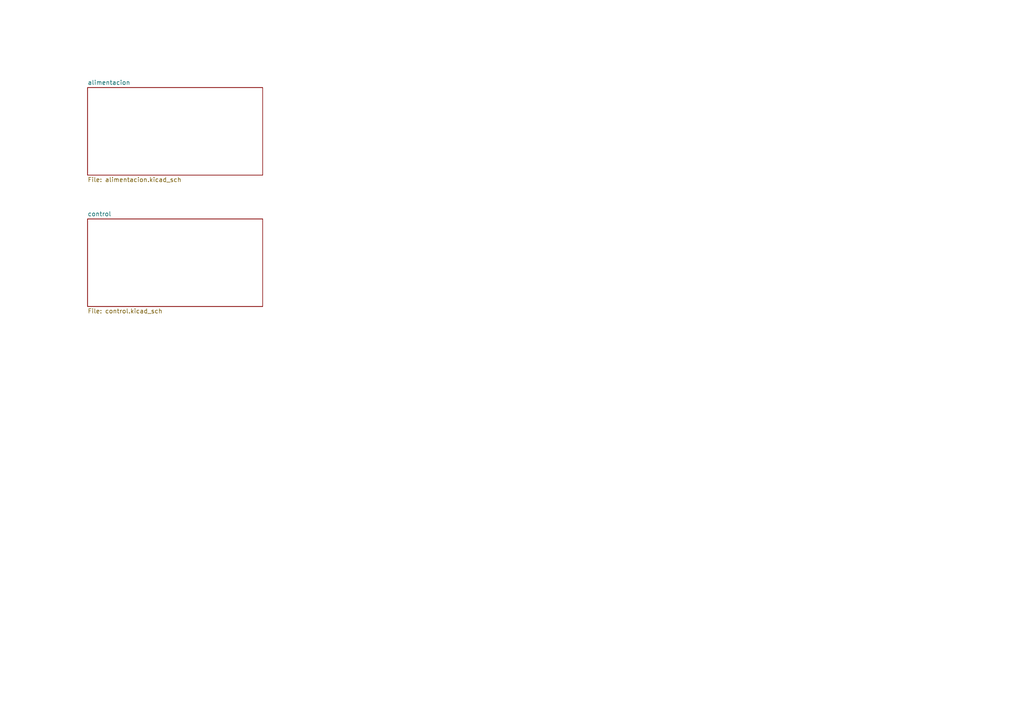
<source format=kicad_sch>
(kicad_sch
	(version 20231120)
	(generator "eeschema")
	(generator_version "8.0")
	(uuid "36af1dc6-a136-49f2-a170-bbda6635ecf8")
	(paper "A4")
	(title_block
		(date "2024-07-25")
	)
	(lib_symbols)
	(sheet
		(at 25.4 25.4)
		(size 50.8 25.4)
		(fields_autoplaced yes)
		(stroke
			(width 0.1524)
			(type solid)
		)
		(fill
			(color 0 0 0 0.0000)
		)
		(uuid "08562e13-5f67-433a-8580-cb712e5e308f")
		(property "Sheetname" "alimentacion"
			(at 25.4 24.6884 0)
			(effects
				(font
					(size 1.27 1.27)
				)
				(justify left bottom)
			)
		)
		(property "Sheetfile" "alimentacion.kicad_sch"
			(at 25.4 51.3846 0)
			(effects
				(font
					(size 1.27 1.27)
				)
				(justify left top)
			)
		)
		(instances
			(project "fuente_simetrica_24v"
				(path "/36af1dc6-a136-49f2-a170-bbda6635ecf8"
					(page "2")
				)
			)
		)
	)
	(sheet
		(at 25.4 63.5)
		(size 50.8 25.4)
		(fields_autoplaced yes)
		(stroke
			(width 0.1524)
			(type solid)
		)
		(fill
			(color 0 0 0 0.0000)
		)
		(uuid "2e9e32ce-e371-4542-a5d5-48143618db0b")
		(property "Sheetname" "control"
			(at 25.4 62.7884 0)
			(effects
				(font
					(size 1.27 1.27)
				)
				(justify left bottom)
			)
		)
		(property "Sheetfile" "control.kicad_sch"
			(at 25.4 89.4846 0)
			(effects
				(font
					(size 1.27 1.27)
				)
				(justify left top)
			)
		)
		(instances
			(project "fuente_simetrica_24v"
				(path "/36af1dc6-a136-49f2-a170-bbda6635ecf8"
					(page "3")
				)
			)
		)
	)
	(sheet_instances
		(path "/"
			(page "1")
		)
	)
)

</source>
